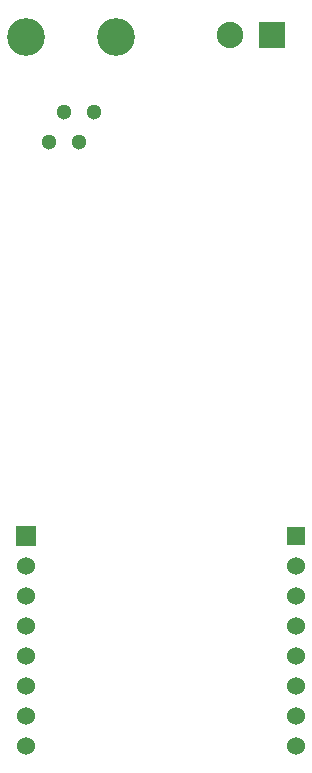
<source format=gbr>
%TF.GenerationSoftware,KiCad,Pcbnew,8.0.6*%
%TF.CreationDate,2024-10-28T22:07:04-04:00*%
%TF.ProjectId,VexQwiic,56657851-7769-4696-932e-6b696361645f,rev?*%
%TF.SameCoordinates,Original*%
%TF.FileFunction,Soldermask,Bot*%
%TF.FilePolarity,Negative*%
%FSLAX46Y46*%
G04 Gerber Fmt 4.6, Leading zero omitted, Abs format (unit mm)*
G04 Created by KiCad (PCBNEW 8.0.6) date 2024-10-28 22:07:04*
%MOMM*%
%LPD*%
G01*
G04 APERTURE LIST*
G04 Aperture macros list*
%AMRoundRect*
0 Rectangle with rounded corners*
0 $1 Rounding radius*
0 $2 $3 $4 $5 $6 $7 $8 $9 X,Y pos of 4 corners*
0 Add a 4 corners polygon primitive as box body*
4,1,4,$2,$3,$4,$5,$6,$7,$8,$9,$2,$3,0*
0 Add four circle primitives for the rounded corners*
1,1,$1+$1,$2,$3*
1,1,$1+$1,$4,$5*
1,1,$1+$1,$6,$7*
1,1,$1+$1,$8,$9*
0 Add four rect primitives between the rounded corners*
20,1,$1+$1,$2,$3,$4,$5,0*
20,1,$1+$1,$4,$5,$6,$7,0*
20,1,$1+$1,$6,$7,$8,$9,0*
20,1,$1+$1,$8,$9,$2,$3,0*%
G04 Aperture macros list end*
%ADD10C,3.200000*%
%ADD11C,1.300000*%
%ADD12R,1.676400X1.676400*%
%ADD13C,1.524000*%
%ADD14R,1.524000X1.524000*%
%ADD15RoundRect,0.101600X1.016000X1.016000X-1.016000X1.016000X-1.016000X-1.016000X1.016000X-1.016000X0*%
%ADD16C,2.235200*%
G04 APERTURE END LIST*
D10*
%TO.C,CONN1*%
X145710000Y-54850000D03*
X138090000Y-54850000D03*
D11*
X143805000Y-61200000D03*
X142535000Y-63740000D03*
X141265000Y-61200000D03*
X139995000Y-63740000D03*
%TD*%
D12*
%TO.C,CON1*%
X138065306Y-97058858D03*
D13*
X138065306Y-99598858D03*
X138065306Y-102138858D03*
X138065306Y-104678858D03*
X138065306Y-107218858D03*
X138065306Y-109758858D03*
X138065306Y-112298858D03*
X138065306Y-114838858D03*
X160925306Y-114838858D03*
X160925306Y-112298858D03*
X160925306Y-109758858D03*
X160925306Y-107218858D03*
X160925306Y-104678858D03*
X160925306Y-102138858D03*
X160925306Y-99598858D03*
D14*
X160925306Y-97058858D03*
%TD*%
D15*
%TO.C,J1*%
X158850000Y-54700000D03*
D16*
X155350000Y-54700000D03*
%TD*%
M02*

</source>
